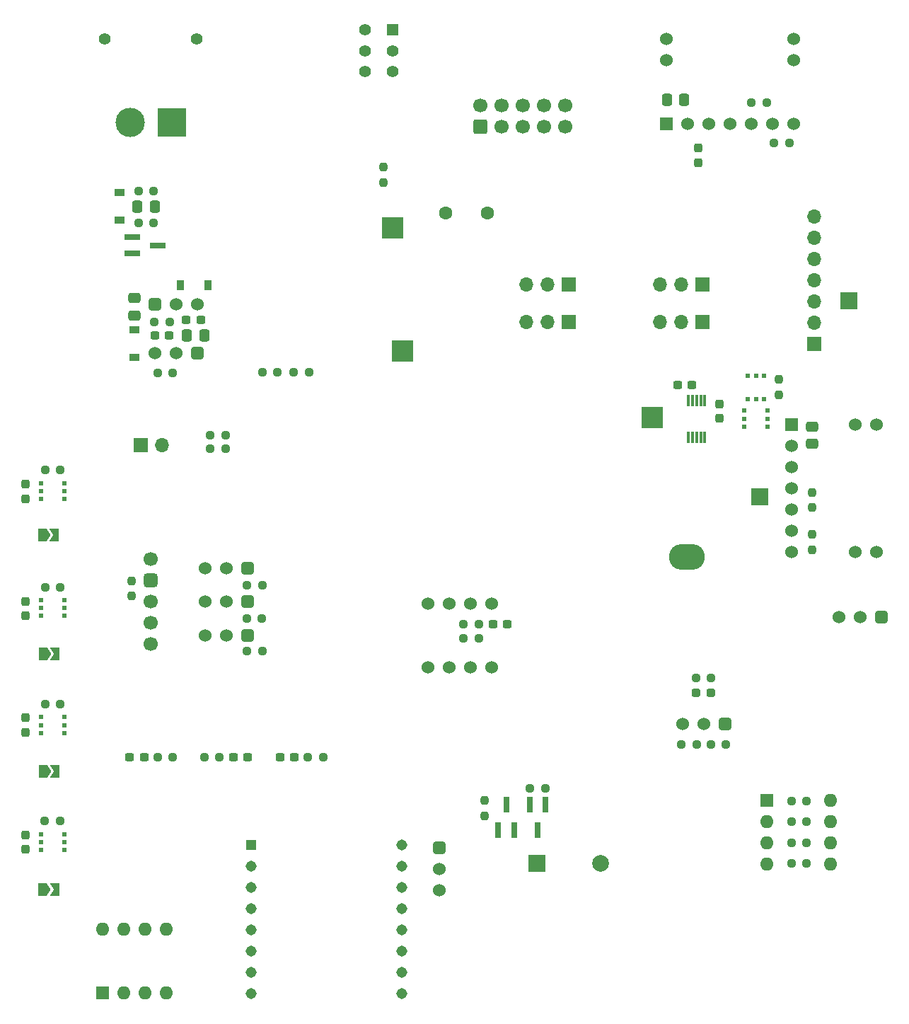
<source format=gbs>
%TF.GenerationSoftware,KiCad,Pcbnew,(6.0.11)*%
%TF.CreationDate,2023-08-10T00:19:00+09:00*%
%TF.ProjectId,main,6d61696e-2e6b-4696-9361-645f70636258,rev?*%
%TF.SameCoordinates,Original*%
%TF.FileFunction,Soldermask,Bot*%
%TF.FilePolarity,Negative*%
%FSLAX46Y46*%
G04 Gerber Fmt 4.6, Leading zero omitted, Abs format (unit mm)*
G04 Created by KiCad (PCBNEW (6.0.11)) date 2023-08-10 00:19:00*
%MOMM*%
%LPD*%
G01*
G04 APERTURE LIST*
G04 Aperture macros list*
%AMRoundRect*
0 Rectangle with rounded corners*
0 $1 Rounding radius*
0 $2 $3 $4 $5 $6 $7 $8 $9 X,Y pos of 4 corners*
0 Add a 4 corners polygon primitive as box body*
4,1,4,$2,$3,$4,$5,$6,$7,$8,$9,$2,$3,0*
0 Add four circle primitives for the rounded corners*
1,1,$1+$1,$2,$3*
1,1,$1+$1,$4,$5*
1,1,$1+$1,$6,$7*
1,1,$1+$1,$8,$9*
0 Add four rect primitives between the rounded corners*
20,1,$1+$1,$2,$3,$4,$5,0*
20,1,$1+$1,$4,$5,$6,$7,0*
20,1,$1+$1,$6,$7,$8,$9,0*
20,1,$1+$1,$8,$9,$2,$3,0*%
%AMFreePoly0*
4,1,6,1.000000,0.000000,0.500000,-0.750000,-0.500000,-0.750000,-0.500000,0.750000,0.500000,0.750000,1.000000,0.000000,1.000000,0.000000,$1*%
%AMFreePoly1*
4,1,6,0.500000,-0.750000,-0.650000,-0.750000,-0.150000,0.000000,-0.650000,0.750000,0.500000,0.750000,0.500000,-0.750000,0.500000,-0.750000,$1*%
G04 Aperture macros list end*
%ADD10C,1.600000*%
%ADD11RoundRect,0.381000X-0.381000X0.381000X-0.381000X-0.381000X0.381000X-0.381000X0.381000X0.381000X0*%
%ADD12C,1.524000*%
%ADD13R,2.500000X2.500000*%
%ADD14R,1.524000X1.524000*%
%ADD15R,1.700000X1.700000*%
%ADD16O,1.700000X1.700000*%
%ADD17R,1.600000X1.600000*%
%ADD18O,1.600000X1.600000*%
%ADD19R,1.308000X1.308000*%
%ADD20C,1.308000*%
%ADD21RoundRect,0.381000X-0.381000X-0.381000X0.381000X-0.381000X0.381000X0.381000X-0.381000X0.381000X0*%
%ADD22R,1.400000X1.400000*%
%ADD23C,1.400000*%
%ADD24O,4.300000X3.100000*%
%ADD25RoundRect,0.381000X0.381000X-0.381000X0.381000X0.381000X-0.381000X0.381000X-0.381000X-0.381000X0*%
%ADD26RoundRect,0.425000X-0.425000X-0.425000X0.425000X-0.425000X0.425000X0.425000X-0.425000X0.425000X0*%
%ADD27C,1.700000*%
%ADD28R,3.500000X3.500000*%
%ADD29C,3.500000*%
%ADD30R,2.000000X2.000000*%
%ADD31C,2.000000*%
%ADD32RoundRect,0.250000X0.600000X-0.600000X0.600000X0.600000X-0.600000X0.600000X-0.600000X-0.600000X0*%
%ADD33R,0.800000X1.900000*%
%ADD34RoundRect,0.237500X-0.300000X-0.237500X0.300000X-0.237500X0.300000X0.237500X-0.300000X0.237500X0*%
%ADD35RoundRect,0.250000X0.475000X-0.337500X0.475000X0.337500X-0.475000X0.337500X-0.475000X-0.337500X0*%
%ADD36RoundRect,0.237500X0.250000X0.237500X-0.250000X0.237500X-0.250000X-0.237500X0.250000X-0.237500X0*%
%ADD37RoundRect,0.237500X-0.250000X-0.237500X0.250000X-0.237500X0.250000X0.237500X-0.250000X0.237500X0*%
%ADD38RoundRect,0.237500X-0.237500X0.300000X-0.237500X-0.300000X0.237500X-0.300000X0.237500X0.300000X0*%
%ADD39RoundRect,0.237500X-0.237500X0.250000X-0.237500X-0.250000X0.237500X-0.250000X0.237500X0.250000X0*%
%ADD40RoundRect,0.237500X0.300000X0.237500X-0.300000X0.237500X-0.300000X-0.237500X0.300000X-0.237500X0*%
%ADD41R,1.200000X0.900000*%
%ADD42RoundRect,0.237500X0.237500X-0.300000X0.237500X0.300000X-0.237500X0.300000X-0.237500X-0.300000X0*%
%ADD43R,0.575000X0.620000*%
%ADD44FreePoly0,0.000000*%
%ADD45FreePoly1,0.000000*%
%ADD46RoundRect,0.250000X0.337500X0.475000X-0.337500X0.475000X-0.337500X-0.475000X0.337500X-0.475000X0*%
%ADD47R,0.300000X1.400000*%
%ADD48R,0.900000X1.200000*%
%ADD49RoundRect,0.237500X0.287500X0.237500X-0.287500X0.237500X-0.287500X-0.237500X0.287500X-0.237500X0*%
%ADD50RoundRect,0.237500X0.237500X-0.250000X0.237500X0.250000X-0.237500X0.250000X-0.237500X-0.250000X0*%
%ADD51R,0.620000X0.575000*%
%ADD52RoundRect,0.250000X-0.337500X-0.475000X0.337500X-0.475000X0.337500X0.475000X-0.337500X0.475000X0*%
%ADD53R,1.900000X0.800000*%
G04 APERTURE END LIST*
D10*
%TO.C,C15*%
X117500000Y-68340000D03*
X112500000Y-68340000D03*
%TD*%
D11*
%TO.C,SW4*%
X145940000Y-129490000D03*
D12*
X143400000Y-129490000D03*
X140860000Y-129490000D03*
%TD*%
D11*
%TO.C,U3*%
X82790000Y-85118000D03*
D12*
X80250000Y-85118000D03*
X77710000Y-85118000D03*
%TD*%
D13*
%TO.C,H4*%
X137250000Y-92840000D03*
%TD*%
%TO.C,H3*%
X106150000Y-70140000D03*
%TD*%
D12*
%TO.C,J5*%
X146545000Y-57630000D03*
X154165000Y-57630000D03*
D14*
X138925000Y-57630000D03*
D12*
X149085000Y-57630000D03*
X144005000Y-57630000D03*
X141465000Y-57630000D03*
X151625000Y-57630000D03*
X154165000Y-50010000D03*
X154165000Y-47470000D03*
X138925000Y-47470000D03*
X138925000Y-50010000D03*
%TD*%
D15*
%TO.C,JP5*%
X75995000Y-96090000D03*
D16*
X78535000Y-96090000D03*
%TD*%
D12*
%TO.C,U8*%
X115520000Y-122650000D03*
X115520000Y-115030000D03*
X118060000Y-115030000D03*
X110440000Y-122650000D03*
X112980000Y-122650000D03*
X110440000Y-115030000D03*
X112980000Y-115030000D03*
X118060000Y-122650000D03*
%TD*%
D15*
%TO.C,J4*%
X156650000Y-83990000D03*
D16*
X156650000Y-81450000D03*
X156650000Y-78910000D03*
X156650000Y-76370000D03*
X156650000Y-73830000D03*
X156650000Y-71290000D03*
X156650000Y-68750000D03*
%TD*%
D17*
%TO.C,SW5*%
X151000000Y-138640000D03*
D18*
X151000000Y-141180000D03*
X151000000Y-143720000D03*
X151000000Y-146260000D03*
X158620000Y-146260000D03*
X158620000Y-143720000D03*
X158620000Y-141180000D03*
X158620000Y-138640000D03*
%TD*%
D15*
%TO.C,JP4*%
X127275000Y-81340000D03*
D16*
X124735000Y-81340000D03*
X122195000Y-81340000D03*
%TD*%
D19*
%TO.C,U10*%
X89233000Y-143950000D03*
D20*
X89233000Y-146490000D03*
X89233000Y-149030000D03*
X89233000Y-151570000D03*
X89233000Y-154110000D03*
X89233000Y-156650000D03*
X89233000Y-159190000D03*
X89233000Y-161730000D03*
X107267000Y-161730000D03*
X107267000Y-159190000D03*
X107267000Y-156650000D03*
X107267000Y-154110000D03*
X107267000Y-151570000D03*
X107267000Y-149030000D03*
X107267000Y-146490000D03*
X107267000Y-143950000D03*
%TD*%
D17*
%TO.C,SW12*%
X71450000Y-161640000D03*
D18*
X73990000Y-161640000D03*
X76530000Y-161640000D03*
X79070000Y-161640000D03*
X79070000Y-154020000D03*
X76530000Y-154020000D03*
X73990000Y-154020000D03*
X71450000Y-154020000D03*
%TD*%
D21*
%TO.C,SW14*%
X111750000Y-144300000D03*
D12*
X111750000Y-146840000D03*
X111750000Y-149380000D03*
%TD*%
D22*
%TO.C,SW13*%
X106150000Y-46432500D03*
D23*
X106150000Y-48932500D03*
X106150000Y-51432500D03*
X102850000Y-46432500D03*
X102850000Y-48932500D03*
X102850000Y-51432500D03*
%TD*%
D24*
%TO.C,U6*%
X141424012Y-109481421D03*
%TD*%
D15*
%TO.C,JP1*%
X143275000Y-76840000D03*
D16*
X140735000Y-76840000D03*
X138195000Y-76840000D03*
%TD*%
D11*
%TO.C,SW2*%
X164677500Y-116640000D03*
D12*
X162137500Y-116640000D03*
X159597500Y-116640000D03*
%TD*%
D25*
%TO.C,U4*%
X77710000Y-79232999D03*
D12*
X80250000Y-79232999D03*
X82790000Y-79232999D03*
%TD*%
D13*
%TO.C,H5*%
X107350000Y-84840000D03*
%TD*%
D26*
%TO.C,SW1*%
X77250000Y-112300000D03*
D27*
X77250000Y-114840000D03*
X77250000Y-117380000D03*
X77250000Y-109760000D03*
X77250000Y-119920000D03*
%TD*%
D23*
%TO.C,J1*%
X71750000Y-47515000D03*
X82750000Y-47515000D03*
D28*
X79750000Y-57515000D03*
D29*
X74750000Y-57515000D03*
%TD*%
D30*
%TO.C,LS1*%
X123470000Y-146140000D03*
D31*
X131070000Y-146140000D03*
%TD*%
D15*
%TO.C,JP3*%
X127275000Y-76840000D03*
D16*
X124735000Y-76840000D03*
X122195000Y-76840000D03*
%TD*%
D11*
%TO.C,SW9*%
X88790000Y-114840000D03*
D12*
X86250000Y-114840000D03*
X83710000Y-114840000D03*
%TD*%
%TO.C,J3*%
X153960000Y-101275000D03*
X153960000Y-108895000D03*
D14*
X153960000Y-93655000D03*
D12*
X153960000Y-103815000D03*
X153960000Y-98735000D03*
X153960000Y-96195000D03*
X153960000Y-106355000D03*
X164120000Y-93655000D03*
X161580000Y-93655000D03*
X164120000Y-108895000D03*
X161580000Y-108895000D03*
%TD*%
D15*
%TO.C,JP2*%
X143275000Y-81340000D03*
D16*
X140735000Y-81340000D03*
X138195000Y-81340000D03*
%TD*%
D11*
%TO.C,SW6*%
X88790000Y-110840000D03*
D12*
X86250000Y-110840000D03*
X83710000Y-110840000D03*
%TD*%
D32*
%TO.C,J6*%
X116670000Y-58037500D03*
D27*
X116670000Y-55497500D03*
X119210000Y-58037500D03*
X119210000Y-55497500D03*
X121750000Y-58037500D03*
X121750000Y-55497500D03*
X124290000Y-58037500D03*
X124290000Y-55497500D03*
X126830000Y-58037500D03*
X126830000Y-55497500D03*
%TD*%
D11*
%TO.C,SW10*%
X88790000Y-118840000D03*
D12*
X86250000Y-118840000D03*
X83710000Y-118840000D03*
%TD*%
D33*
%TO.C,Q12*%
X120720000Y-142140000D03*
X118820000Y-142140000D03*
X119770000Y-139140000D03*
%TD*%
D34*
%TO.C,C30*%
X92687500Y-133440000D03*
X94412500Y-133440000D03*
%TD*%
D35*
%TO.C,C2*%
X156400000Y-95967500D03*
X156400000Y-93892500D03*
%TD*%
D36*
%TO.C,R19*%
X146062500Y-131902500D03*
X144237500Y-131902500D03*
%TD*%
D37*
%TO.C,R45*%
X88737500Y-120740000D03*
X90562500Y-120740000D03*
%TD*%
D33*
%TO.C,Q13*%
X122570000Y-139140000D03*
X124470000Y-139140000D03*
X123520000Y-142140000D03*
%TD*%
D36*
%TO.C,R10*%
X153662500Y-59940000D03*
X151837500Y-59940000D03*
%TD*%
D38*
%TO.C,C4*%
X145250000Y-91177500D03*
X145250000Y-92902500D03*
%TD*%
D39*
%TO.C,R9*%
X74950000Y-112327500D03*
X74950000Y-114152500D03*
%TD*%
D40*
%TO.C,C23*%
X76412500Y-133440000D03*
X74687500Y-133440000D03*
%TD*%
%TO.C,C3*%
X142012500Y-88940000D03*
X140287500Y-88940000D03*
%TD*%
D37*
%TO.C,R61*%
X64537500Y-141090000D03*
X66362500Y-141090000D03*
%TD*%
D41*
%TO.C,D1*%
X73450000Y-65890000D03*
X73450000Y-69190000D03*
%TD*%
D37*
%TO.C,R3*%
X75737500Y-65690000D03*
X77562500Y-65690000D03*
%TD*%
D36*
%TO.C,R11*%
X150962500Y-55140000D03*
X149137500Y-55140000D03*
%TD*%
D42*
%TO.C,C8*%
X142750000Y-62302500D03*
X142750000Y-60577500D03*
%TD*%
D43*
%TO.C,Q20*%
X64112000Y-144540000D03*
X64112000Y-143590000D03*
X64112000Y-142640000D03*
X66888000Y-142640000D03*
X66888000Y-143590000D03*
X66888000Y-144540000D03*
%TD*%
D39*
%TO.C,R50*%
X117150000Y-138627500D03*
X117150000Y-140452500D03*
%TD*%
%TO.C,R4*%
X156400000Y-101767500D03*
X156400000Y-103592500D03*
%TD*%
D36*
%TO.C,R27*%
X155712500Y-138670000D03*
X153887500Y-138670000D03*
%TD*%
D43*
%TO.C,Q4*%
X148262000Y-93880000D03*
X148262000Y-92930000D03*
X148262000Y-91980000D03*
X151038000Y-91980000D03*
X151038000Y-92930000D03*
X151038000Y-93880000D03*
%TD*%
D36*
%TO.C,R5*%
X77562500Y-69490000D03*
X75737500Y-69490000D03*
%TD*%
%TO.C,R13*%
X79462500Y-81340000D03*
X77637500Y-81340000D03*
%TD*%
D30*
%TO.C,H2*%
X160750000Y-78840000D03*
%TD*%
D44*
%TO.C,JP8*%
X64325000Y-135140000D03*
D45*
X65775000Y-135140000D03*
%TD*%
D42*
%TO.C,C32*%
X62250000Y-102502500D03*
X62250000Y-100777500D03*
%TD*%
D30*
%TO.C,H1*%
X150150000Y-102240000D03*
%TD*%
D44*
%TO.C,JP6*%
X64225000Y-106840000D03*
D45*
X65675000Y-106840000D03*
%TD*%
D46*
%TO.C,C10*%
X83625000Y-82990000D03*
X81550000Y-82990000D03*
%TD*%
D47*
%TO.C,U1*%
X143550000Y-95192500D03*
X143050000Y-95192500D03*
X142550000Y-95192500D03*
X142050000Y-95192500D03*
X141550000Y-95192500D03*
X141550000Y-90792500D03*
X142050000Y-90792500D03*
X142550000Y-90792500D03*
X143050000Y-90792500D03*
X143550000Y-90792500D03*
%TD*%
D42*
%TO.C,C36*%
X62250000Y-144452500D03*
X62250000Y-142727500D03*
%TD*%
D43*
%TO.C,Q19*%
X64112000Y-130540000D03*
X64112000Y-129590000D03*
X64112000Y-128640000D03*
X66888000Y-128640000D03*
X66888000Y-129590000D03*
X66888000Y-130540000D03*
%TD*%
D41*
%TO.C,D4*%
X75250000Y-82290000D03*
X75250000Y-85590000D03*
%TD*%
D40*
%TO.C,C28*%
X88812500Y-133440000D03*
X87087500Y-133440000D03*
%TD*%
D36*
%TO.C,R8*%
X86150000Y-96540000D03*
X84325000Y-96540000D03*
%TD*%
D35*
%TO.C,C11*%
X75250000Y-80577500D03*
X75250000Y-78502500D03*
%TD*%
D36*
%TO.C,R42*%
X116462500Y-119240000D03*
X114637500Y-119240000D03*
%TD*%
D37*
%TO.C,R60*%
X64587500Y-127090000D03*
X66412500Y-127090000D03*
%TD*%
D48*
%TO.C,D5*%
X80800000Y-76940000D03*
X84100000Y-76940000D03*
%TD*%
D43*
%TO.C,Q17*%
X64112000Y-102540000D03*
X64112000Y-101590000D03*
X64112000Y-100640000D03*
X66888000Y-100640000D03*
X66888000Y-101590000D03*
X66888000Y-102540000D03*
%TD*%
D37*
%TO.C,R20*%
X140737500Y-131902500D03*
X142562500Y-131902500D03*
%TD*%
D49*
%TO.C,D6*%
X144275000Y-125740000D03*
X142525000Y-125740000D03*
%TD*%
D50*
%TO.C,R2*%
X156400000Y-108592500D03*
X156400000Y-106767500D03*
%TD*%
D37*
%TO.C,R7*%
X84325000Y-94940000D03*
X86150000Y-94940000D03*
%TD*%
D46*
%TO.C,C6*%
X141087500Y-54790000D03*
X139012500Y-54790000D03*
%TD*%
D37*
%TO.C,R37*%
X88737500Y-112840000D03*
X90562500Y-112840000D03*
%TD*%
D51*
%TO.C,Q5*%
X148700000Y-87792000D03*
X149650000Y-87792000D03*
X150600000Y-87792000D03*
X150600000Y-90568000D03*
X149650000Y-90568000D03*
X148700000Y-90568000D03*
%TD*%
D37*
%TO.C,R44*%
X88725000Y-116840000D03*
X90550000Y-116840000D03*
%TD*%
D36*
%TO.C,R29*%
X155712500Y-143670000D03*
X153887500Y-143670000D03*
%TD*%
%TO.C,R22*%
X92412500Y-87340000D03*
X90587500Y-87340000D03*
%TD*%
D42*
%TO.C,C34*%
X62250000Y-130452500D03*
X62250000Y-128727500D03*
%TD*%
D36*
%TO.C,R28*%
X155712500Y-141170000D03*
X153887500Y-141170000D03*
%TD*%
%TO.C,R17*%
X144312500Y-123990000D03*
X142487500Y-123990000D03*
%TD*%
D52*
%TO.C,C1*%
X75612500Y-67540000D03*
X77687500Y-67540000D03*
%TD*%
D43*
%TO.C,Q18*%
X64112000Y-116540000D03*
X64112000Y-115590000D03*
X64112000Y-114640000D03*
X66888000Y-114640000D03*
X66888000Y-115590000D03*
X66888000Y-116540000D03*
%TD*%
D42*
%TO.C,C33*%
X62250000Y-116502500D03*
X62250000Y-114777500D03*
%TD*%
D36*
%TO.C,R41*%
X116462500Y-117490000D03*
X114637500Y-117490000D03*
%TD*%
D44*
%TO.C,JP9*%
X64300000Y-149240000D03*
D45*
X65750000Y-149240000D03*
%TD*%
D37*
%TO.C,R55*%
X64587500Y-99090000D03*
X66412500Y-99090000D03*
%TD*%
%TO.C,R25*%
X94337500Y-87340000D03*
X96162500Y-87340000D03*
%TD*%
D36*
%TO.C,R46*%
X97862500Y-133440000D03*
X96037500Y-133440000D03*
%TD*%
D37*
%TO.C,R43*%
X83637500Y-133440000D03*
X85462500Y-133440000D03*
%TD*%
D36*
%TO.C,R30*%
X155712500Y-146170000D03*
X153887500Y-146170000D03*
%TD*%
D44*
%TO.C,JP7*%
X64325000Y-121040000D03*
D45*
X65775000Y-121040000D03*
%TD*%
D40*
%TO.C,C13*%
X83212500Y-81140000D03*
X81487500Y-81140000D03*
%TD*%
D39*
%TO.C,R14*%
X152400000Y-88267500D03*
X152400000Y-90092500D03*
%TD*%
D34*
%TO.C,C12*%
X77687500Y-82940000D03*
X79412500Y-82940000D03*
%TD*%
%TO.C,C29*%
X118187500Y-117490000D03*
X119912500Y-117490000D03*
%TD*%
D36*
%TO.C,R49*%
X124432500Y-137140000D03*
X122607500Y-137140000D03*
%TD*%
D37*
%TO.C,R56*%
X64587500Y-113090000D03*
X66412500Y-113090000D03*
%TD*%
D36*
%TO.C,R31*%
X79862500Y-133440000D03*
X78037500Y-133440000D03*
%TD*%
D53*
%TO.C,Q2*%
X75050000Y-73140000D03*
X75050000Y-71240000D03*
X78050000Y-72190000D03*
%TD*%
D50*
%TO.C,R16*%
X105050000Y-64652500D03*
X105050000Y-62827500D03*
%TD*%
D36*
%TO.C,R15*%
X79875000Y-87440000D03*
X78050000Y-87440000D03*
%TD*%
M02*

</source>
